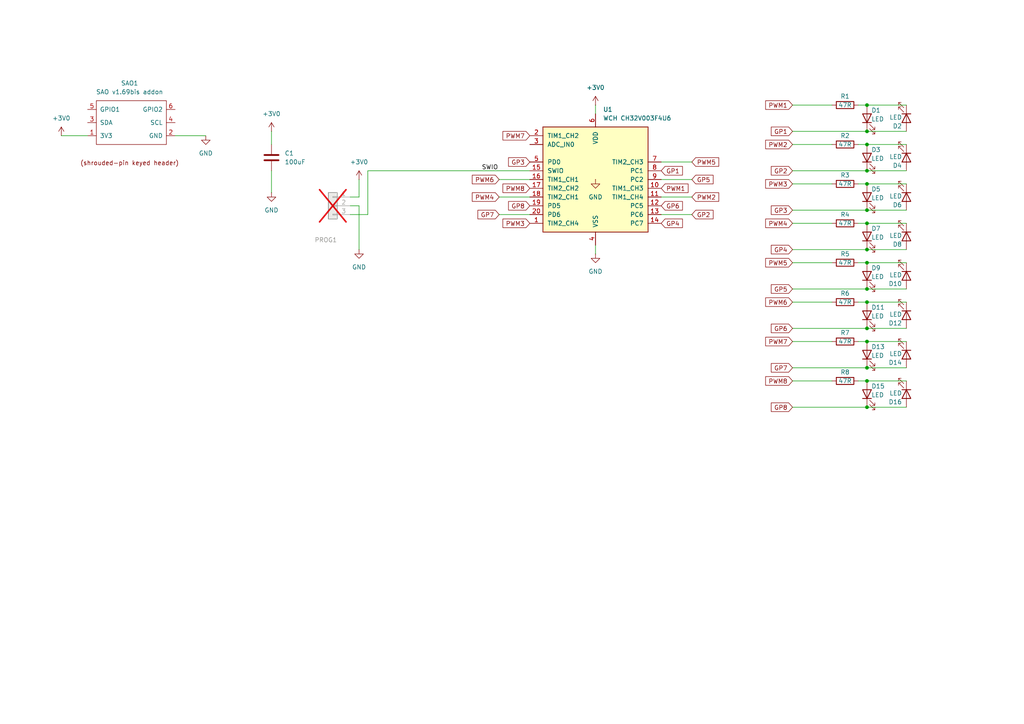
<source format=kicad_sch>
(kicad_sch (version 20250114) (generator "eeschema") (generator_version "9.0")
  (paper "A4")
  (lib_symbols
    (symbol "Connector_Generic:Conn_01x03" (pin_names (offset 1.016) (hide yes))
      (property "Reference" "J" (at 0 5.08 0))
      (property "Value" "Conn_01x03" (at 0 -5.08 0))
      (symbol "Conn_01x03_1_1"
        (rectangle (start -1.27 3.81) (end 1.27 -3.81) (stroke (width 0.254)) (fill (type background)))
        (rectangle (start -1.27 2.667) (end 0 2.413) (stroke (width 0.1524)))
        (rectangle (start -1.27 0.127) (end 0 -0.127) (stroke (width 0.1524)))
        (rectangle (start -1.27 -2.413) (end 0 -2.667) (stroke (width 0.1524)))
        (pin passive line (at -5.08 2.54 0) (length 3.81) (name "Pin_1") (number "1"))
        (pin passive line (at -5.08 0 0) (length 3.81) (name "Pin_2") (number "2"))
        (pin passive line (at -5.08 -2.54 0) (length 3.81) (name "Pin_3") (number "3"))
      )
    )
    (symbol "Device:C" (pin_numbers (hide yes)) (pin_names (offset 0.254))
      (property "Reference" "C" (at 0.635 2.54 0))
      (property "Value" "C" (at 0.635 -2.54 0))
      (symbol "C_0_1"
        (polyline (pts (xy -2.032 0.762) (xy 2.032 0.762)) (stroke (width 0.508)))
        (polyline (pts (xy -2.032 -0.762) (xy 2.032 -0.762)) (stroke (width 0.508)))
      )
      (symbol "C_1_1"
        (pin passive line (at 0 3.81 270) (length 2.794) (name "~") (number "1"))
        (pin passive line (at 0 -3.81 90) (length 2.794) (name "~") (number "2"))
      )
    )
    (symbol "Device:LED" (pin_numbers (hide yes)) (pin_names (offset 1.016) (hide yes))
      (property "Reference" "D" (at 0 2.54 0))
      (property "Value" "LED" (at 0 -2.54 0))
      (symbol "LED_0_1"
        (polyline (pts (xy -3.048 -0.762) (xy -4.572 -2.286) (xy -3.81 -2.286) (xy -4.572 -2.286) (xy -4.572 -1.524)))
        (polyline (pts (xy -1.778 -0.762) (xy -3.302 -2.286) (xy -2.54 -2.286) (xy -3.302 -2.286) (xy -3.302 -1.524)))
        (polyline (pts (xy -1.27 0) (xy 1.27 0)))
        (polyline (pts (xy -1.27 -1.27) (xy -1.27 1.27)) (stroke (width 0.254)))
        (polyline (pts (xy 1.27 -1.27) (xy 1.27 1.27) (xy -1.27 0) (xy 1.27 -1.27)) (stroke (width 0.254)))
      )
      (symbol "LED_1_1"
        (pin passive line (at -3.81 0 0) (length 2.54) (name "K") (number "1"))
        (pin passive line (at 3.81 0 180) (length 2.54) (name "A") (number "2"))
      )
    )
    (symbol "Device:R" (pin_numbers (hide yes)) (pin_names (offset 0))
      (property "Reference" "R" (at 2.032 0 90))
      (property "Value" "R" (at 0 0 90))
      (symbol "R_0_1"
        (rectangle (start -1.016 -2.54) (end 1.016 2.54) (stroke (width 0.254)))
      )
      (symbol "R_1_1"
        (pin passive line (at 0 3.81 270) (length 1.27) (name "~") (number "1"))
        (pin passive line (at 0 -3.81 90) (length 1.27) (name "~") (number "2"))
      )
    )
    (symbol "extra:SAO v1.69bis addon" (pin_names (offset 1.016))
      (property "Reference" "J" (at -1.27 8.89 0))
      (property "Value" "SAO v1.69bis addon" (at -10.6806 -8.89 0))
      (symbol "SAO v1.69bis addon_0_1"
        (rectangle (start -10.16 6.35) (end 10.16 -6.35))
      )
      (symbol "SAO v1.69bis addon_1_1"
        (text "(shrouded-pin keyed header)" (at -0.508 -11.684 0) (effects (font (size 1.27 1.27))))
        (pin bidirectional line (at -12.7 3.81 0) (length 2.54) (name "GPIO1") (number "5"))
        (pin bidirectional line (at -12.7 0 0) (length 2.54) (name "SDA") (number "3"))
        (pin power_in line (at -12.7 -3.81 0) (length 2.54) (name "3V3") (number "1"))
        (pin bidirectional line (at 12.7 3.81 180) (length 2.54) (name "GPIO2") (number "6"))
        (pin input line (at 12.7 0 180) (length 2.54) (name "SCL") (number "4"))
        (pin power_in line (at 12.7 -3.81 180) (length 2.54) (name "GND") (number "2"))
      )
    )
    (symbol "extra:WCH CH32V003F4U6" (pin_names (offset 1.27))
      (property "Reference" "U" (at -13.97 16.51 0))
      (property "Value" "WCH CH32V003F4U6" (at 5.08 -16.51 0))
      (symbol "WCH CH32V003F4U6_0_1"
        (rectangle (start -15.24 15.24) (end 15.24 -15.24) (stroke (width 0.254)) (fill (type background)))
      )
      (symbol "WCH CH32V003F4U6_1_1"
        (pin bidirectional line (at -19.05 12.7 0) (length 3.81) (name "PA1") (number "2") (alternate "TIM1_CH2" output line))
        (pin bidirectional line (at -19.05 10.16 0) (length 3.81) (name "PA2") (number "3") (alternate "ADC_IN0" input line))
        (pin bidirectional line (at -19.05 5.08 0) (length 3.81) (name "PD0") (number "5"))
        (pin bidirectional line (at -19.05 2.54 0) (length 3.81) (name "PD1") (number "15") (alternate "SWIO" bidirectional line))
        (pin bidirectional line (at -19.05 0 0) (length 3.81) (name "PD2") (number "16") (alternate "TIM1_CH1" output line))
        (pin bidirectional line (at -19.05 -2.54 0) (length 3.81) (name "PD3") (number "17") (alternate "TIM2_CH2" output line))
        (pin bidirectional line (at -19.05 -5.08 0) (length 3.81) (name "PD4") (number "18") (alternate "TIM2_CH1" output line))
        (pin bidirectional line (at -19.05 -7.62 0) (length 3.81) (name "PD5") (number "19"))
        (pin bidirectional line (at -19.05 -10.16 0) (length 3.81) (name "PD6") (number "20") (alternate "" input line))
        (pin bidirectional line (at -19.05 -12.7 0) (length 3.81) (name "PD7") (number "1") (alternate "TIM2_CH4" output line))
        (pin power_in line (at 0 19.05 270) (length 3.81) (name "VDD") (number "6"))
        (pin power_in line (at 0 0 90) (length 3.81) (hide yes) (name "VSS") (number "21"))
        (pin power_in line (at 0 -19.05 90) (length 3.81) (name "VSS") (number "4"))
        (pin bidirectional line (at 19.05 5.08 180) (length 3.81) (name "PC0") (number "7") (alternate "TIM2_CH3" output line))
        (pin bidirectional line (at 19.05 2.54 180) (length 3.81) (name "PC1") (number "8"))
        (pin bidirectional line (at 19.05 0 180) (length 3.81) (name "PC2") (number "9"))
        (pin bidirectional line (at 19.05 -2.54 180) (length 3.81) (name "PC3") (number "10") (alternate "TIM1_CH3" output line))
        (pin bidirectional line (at 19.05 -5.08 180) (length 3.81) (name "PC4") (number "11") (alternate "TIM1_CH4" output line))
        (pin bidirectional line (at 19.05 -7.62 180) (length 3.81) (name "PC5") (number "12"))
        (pin bidirectional line (at 19.05 -10.16 180) (length 3.81) (name "PC6") (number "13"))
        (pin bidirectional line (at 19.05 -12.7 180) (length 3.81) (name "PC7") (number "14"))
      )
    )
    (symbol "power:+3V0" (power) (pin_numbers (hide yes)) (pin_names (offset 0) (hide yes))
      (property "Value" "+3V0" (at 0 3.556 0))
      (symbol "+3V0_0_1"
        (polyline (pts (xy -0.762 1.27) (xy 0 2.54)))
        (polyline (pts (xy 0 2.54) (xy 0.762 1.27)))
        (polyline (pts (xy 0 0) (xy 0 2.54)))
      )
      (symbol "+3V0_1_1"
        (pin power_in line (at 0 0 90) (length 0) (name "~") (number "1"))
      )
    )
    (symbol "power:GND" (power) (pin_numbers (hide yes)) (pin_names (offset 0) (hide yes))
      (property "Value" "GND" (at 0 -3.81 0))
      (symbol "GND_0_1"
        (polyline (pts (xy 0 0) (xy 0 -1.27) (xy 1.27 -1.27) (xy 0 -2.54) (xy -1.27 -1.27) (xy 0 -1.27)))
      )
      (symbol "GND_1_1"
        (pin power_in line (at 0 0 270) (length 0) (name "~") (number "1"))
      )
    )
  )
  (junction (at 251.46 30.48))
  (junction (at 251.46 76.2))
  (junction (at 251.46 60.96))
  (junction (at 251.46 53.34))
  (junction (at 251.46 72.39))
  (junction (at 251.46 49.53))
  (junction (at 251.46 87.63))
  (junction (at 251.46 118.11))
  (junction (at 251.46 95.25))
  (junction (at 251.46 83.82))
  (junction (at 251.46 99.06))
  (junction (at 251.46 106.68))
  (junction (at 251.46 38.1))
  (junction (at 251.46 41.91))
  (junction (at 251.46 64.77))
  (junction (at 251.46 110.49))
  (wire (pts (xy 251.46 106.68) (xy 262.89 106.68)))
  (wire (pts (xy 101.6 59.69) (xy 104.14 59.69)))
  (wire (pts (xy 78.74 55.88) (xy 78.74 49.53)))
  (wire (pts (xy 144.78 62.23) (xy 153.67 62.23)))
  (wire (pts (xy 106.68 49.53) (xy 153.67 49.53)))
  (wire (pts (xy 251.46 64.77) (xy 262.89 64.77)))
  (wire (pts (xy 191.77 57.15) (xy 200.66 57.15)))
  (wire (pts (xy 251.46 30.48) (xy 262.89 30.48)))
  (wire (pts (xy 104.14 57.15) (xy 101.6 57.15)))
  (wire (pts (xy 229.87 118.11) (xy 251.46 118.11)))
  (wire (pts (xy 229.87 106.68) (xy 251.46 106.68)))
  (wire (pts (xy 144.78 57.15) (xy 153.67 57.15)))
  (wire (pts (xy 17.78 39.37) (xy 25.4 39.37)))
  (wire (pts (xy 191.77 62.23) (xy 200.66 62.23)))
  (wire (pts (xy 251.46 72.39) (xy 262.89 72.39)))
  (wire (pts (xy 144.78 52.07) (xy 153.67 52.07)))
  (wire (pts (xy 248.92 64.77) (xy 251.46 64.77)))
  (wire (pts (xy 251.46 118.11) (xy 262.89 118.11)))
  (wire (pts (xy 229.87 72.39) (xy 251.46 72.39)))
  (wire (pts (xy 251.46 87.63) (xy 262.89 87.63)))
  (wire (pts (xy 191.77 52.07) (xy 200.66 52.07)))
  (wire (pts (xy 229.87 64.77) (xy 241.3 64.77)))
  (wire (pts (xy 172.72 71.12) (xy 172.72 73.66)))
  (wire (pts (xy 251.46 99.06) (xy 262.89 99.06)))
  (wire (pts (xy 251.46 41.91) (xy 262.89 41.91)))
  (wire (pts (xy 229.87 99.06) (xy 241.3 99.06)))
  (wire (pts (xy 191.77 46.99) (xy 200.66 46.99)))
  (wire (pts (xy 229.87 38.1) (xy 251.46 38.1)))
  (wire (pts (xy 172.72 30.48) (xy 172.72 33.02)))
  (wire (pts (xy 248.92 99.06) (xy 251.46 99.06)))
  (wire (pts (xy 251.46 110.49) (xy 262.89 110.49)))
  (wire (pts (xy 251.46 38.1) (xy 262.89 38.1)))
  (wire (pts (xy 251.46 76.2) (xy 262.89 76.2)))
  (wire (pts (xy 229.87 110.49) (xy 241.3 110.49)))
  (wire (pts (xy 229.87 53.34) (xy 241.3 53.34)))
  (wire (pts (xy 229.87 60.96) (xy 251.46 60.96)))
  (wire (pts (xy 248.92 87.63) (xy 251.46 87.63)))
  (wire (pts (xy 251.46 83.82) (xy 262.89 83.82)))
  (wire (pts (xy 248.92 76.2) (xy 251.46 76.2)))
  (wire (pts (xy 78.74 38.1) (xy 78.74 41.91)))
  (wire (pts (xy 104.14 52.07) (xy 104.14 57.15)))
  (wire (pts (xy 106.68 62.23) (xy 101.6 62.23)))
  (wire (pts (xy 229.87 76.2) (xy 241.3 76.2)))
  (wire (pts (xy 251.46 60.96) (xy 262.89 60.96)))
  (wire (pts (xy 229.87 95.25) (xy 251.46 95.25)))
  (wire (pts (xy 229.87 30.48) (xy 241.3 30.48)))
  (wire (pts (xy 251.46 53.34) (xy 262.89 53.34)))
  (wire (pts (xy 229.87 41.91) (xy 241.3 41.91)))
  (wire (pts (xy 251.46 49.53) (xy 262.89 49.53)))
  (wire (pts (xy 248.92 41.91) (xy 251.46 41.91)))
  (wire (pts (xy 229.87 49.53) (xy 251.46 49.53)))
  (wire (pts (xy 248.92 110.49) (xy 251.46 110.49)))
  (wire (pts (xy 229.87 83.82) (xy 251.46 83.82)))
  (wire (pts (xy 248.92 30.48) (xy 251.46 30.48)))
  (wire (pts (xy 104.14 59.69) (xy 104.14 72.39)))
  (wire (pts (xy 50.8 39.37) (xy 59.69 39.37)))
  (wire (pts (xy 106.68 49.53) (xy 106.68 62.23)))
  (wire (pts (xy 248.92 53.34) (xy 251.46 53.34)))
  (wire (pts (xy 251.46 95.25) (xy 262.89 95.25)))
  (wire (pts (xy 229.87 87.63) (xy 241.3 87.63)))
  (label "SWIO" (at 139.7 49.53 0))
  (global_label "GP1" (shape input) (at 191.77 49.53 0) (property "Intersheetrefs" "${INTERSHEET_REFS}" (effects (hide yes))))
  (global_label "GP4" (shape input) (at 191.77 64.77 0) (property "Intersheetrefs" "${INTERSHEET_REFS}" (effects (hide yes))))
  (global_label "GP3" (shape input) (at 229.87 60.96 180) (property "Intersheetrefs" "${INTERSHEET_REFS}" (effects (hide yes))))
  (global_label "PWM3" (shape input) (at 153.67 64.77 180) (property "Intersheetrefs" "${INTERSHEET_REFS}" (effects (hide yes))))
  (global_label "PWM6" (shape input) (at 229.87 87.63 180) (property "Intersheetrefs" "${INTERSHEET_REFS}" (effects (hide yes))))
  (global_label "GP1" (shape input) (at 229.87 38.1 180) (property "Intersheetrefs" "${INTERSHEET_REFS}" (effects (hide yes))))
  (global_label "PWM1" (shape input) (at 229.87 30.48 180) (property "Intersheetrefs" "${INTERSHEET_REFS}" (effects (hide yes))))
  (global_label "GP7" (shape input) (at 144.78 62.23 180) (property "Intersheetrefs" "${INTERSHEET_REFS}" (effects (hide yes))))
  (global_label "PWM1" (shape input) (at 191.77 54.61 0) (property "Intersheetrefs" "${INTERSHEET_REFS}" (effects (hide yes))))
  (global_label "PWM2" (shape input) (at 229.87 41.91 180) (property "Intersheetrefs" "${INTERSHEET_REFS}" (effects (hide yes))))
  (global_label "GP5" (shape input) (at 200.66 52.07 0) (property "Intersheetrefs" "${INTERSHEET_REFS}" (effects (hide yes))))
  (global_label "GP8" (shape input) (at 153.67 59.69 180) (property "Intersheetrefs" "${INTERSHEET_REFS}" (effects (hide yes))))
  (global_label "PWM7" (shape input) (at 229.87 99.06 180) (property "Intersheetrefs" "${INTERSHEET_REFS}" (effects (hide yes))))
  (global_label "GP2" (shape input) (at 229.87 49.53 180) (property "Intersheetrefs" "${INTERSHEET_REFS}" (effects (hide yes))))
  (global_label "GP6" (shape input) (at 191.77 59.69 0) (property "Intersheetrefs" "${INTERSHEET_REFS}" (effects (hide yes))))
  (global_label "PWM4" (shape input) (at 229.87 64.77 180) (property "Intersheetrefs" "${INTERSHEET_REFS}" (effects (hide yes))))
  (global_label "GP7" (shape input) (at 229.87 106.68 180) (property "Intersheetrefs" "${INTERSHEET_REFS}" (effects (hide yes))))
  (global_label "PWM5" (shape input) (at 200.66 46.99 0) (property "Intersheetrefs" "${INTERSHEET_REFS}" (effects (hide yes))))
  (global_label "PWM5" (shape input) (at 229.87 76.2 180) (property "Intersheetrefs" "${INTERSHEET_REFS}" (effects (hide yes))))
  (global_label "PWM3" (shape input) (at 229.87 53.34 180) (property "Intersheetrefs" "${INTERSHEET_REFS}" (effects (hide yes))))
  (global_label "PWM7" (shape input) (at 153.67 39.37 180) (property "Intersheetrefs" "${INTERSHEET_REFS}" (effects (hide yes))))
  (global_label "GP3" (shape input) (at 153.67 46.99 180) (property "Intersheetrefs" "${INTERSHEET_REFS}" (effects (hide yes))))
  (global_label "PWM2" (shape input) (at 200.66 57.15 0) (property "Intersheetrefs" "${INTERSHEET_REFS}" (effects (hide yes))))
  (global_label "GP5" (shape input) (at 229.87 83.82 180) (property "Intersheetrefs" "${INTERSHEET_REFS}" (effects (hide yes))))
  (global_label "PWM6" (shape input) (at 144.78 52.07 180) (property "Intersheetrefs" "${INTERSHEET_REFS}" (effects (hide yes))))
  (global_label "GP4" (shape input) (at 229.87 72.39 180) (property "Intersheetrefs" "${INTERSHEET_REFS}" (effects (hide yes))))
  (global_label "GP6" (shape input) (at 229.87 95.25 180) (property "Intersheetrefs" "${INTERSHEET_REFS}" (effects (hide yes))))
  (global_label "GP2" (shape input) (at 200.66 62.23 0) (property "Intersheetrefs" "${INTERSHEET_REFS}" (effects (hide yes))))
  (global_label "PWM4" (shape input) (at 144.78 57.15 180) (property "Intersheetrefs" "${INTERSHEET_REFS}" (effects (hide yes))))
  (global_label "PWM8" (shape input) (at 229.87 110.49 180) (property "Intersheetrefs" "${INTERSHEET_REFS}" (effects (hide yes))))
  (global_label "GP8" (shape input) (at 229.87 118.11 180) (property "Intersheetrefs" "${INTERSHEET_REFS}" (effects (hide yes))))
  (global_label "PWM8" (shape input) (at 153.67 54.61 180) (property "Intersheetrefs" "${INTERSHEET_REFS}" (effects (hide yes))))
  (symbol (lib_id "Device:R") (at 245.11 53.34 90) (unit 1)
    (property "Reference" "R3" (at 245.11 50.8 90))
    (property "Value" "47R" (at 245.11 53.34 90))
    (property "Footprint" "Resistor_SMD:R_1206_3216Metric_Pad1.30x1.75mm_HandSolder" (effects (hide yes)))
    (property "Datasheet" "https://www.lcsc.com/datasheet/lcsc_datasheet_2411071710_FOJAN-FRC1206J470-TS_C2907508.pdf" (effects (hide yes)))
    (property "Description" "Resistor" (effects (hide yes)))
    (property "LCSC Part #" "C2907508" (effects (hide yes)))
  )
  (symbol (lib_id "Device:LED") (at 262.89 102.87 270) (unit 1)
    (property "Reference" "D14" (at 261.62 105.156 90) (effects (justify right)))
    (property "Value" "LED" (at 261.62 102.616 90) (effects (justify right)))
    (property "Footprint" "LED_SMD:LED_1206_3216Metric_Pad1.42x1.75mm_HandSolder" (effects (hide yes)))
    (property "Datasheet" "https://www.lcsc.com/datasheet/lcsc_datasheet_2410121310_XINGLIGHT-XL-3216UWC_C965828.pdf" (effects (hide yes)))
    (property "Description" "Light emitting diode White" (effects (hide yes)))
    (property "LCSC Part #" "C965828" (effects (hide yes)))
  )
  (symbol (lib_id "power:GND") (at 59.69 39.37 0) (unit 1)
    (property "Reference" "#PWR08" (effects (hide yes)))
    (property "Value" "GND" (at 59.69 44.45 0))
    (property "Description" "Power symbol creates a global label with name \"GND\" , ground" (effects (hide yes)))
  )
  (symbol (lib_id "Device:R") (at 245.11 30.48 90) (unit 1)
    (property "Reference" "R1" (at 245.11 27.94 90))
    (property "Value" "47R" (at 245.11 30.48 90))
    (property "Footprint" "Resistor_SMD:R_1206_3216Metric_Pad1.30x1.75mm_HandSolder" (effects (hide yes)))
    (property "Datasheet" "https://www.lcsc.com/datasheet/lcsc_datasheet_2411071710_FOJAN-FRC1206J470-TS_C2907508.pdf" (effects (hide yes)))
    (property "Description" "Resistor" (effects (hide yes)))
    (property "LCSC Part #" "C2907508" (effects (hide yes)))
  )
  (symbol (lib_id "power:+3V0") (at 172.72 30.48 0) (unit 1)
    (property "Reference" "#PWR01" (effects (hide yes)))
    (property "Value" "+3V0" (at 172.72 25.4 0))
    (property "Description" "Power symbol creates a global label with name \"+3V0\"" (effects (hide yes)))
  )
  (symbol (lib_id "Device:LED") (at 251.46 80.01 90) (unit 1)
    (property "Reference" "D9" (at 252.73 77.724 90) (effects (justify right)))
    (property "Value" "LED" (at 252.73 80.264 90) (effects (justify right)))
    (property "Footprint" "LED_SMD:LED_1206_3216Metric_Pad1.42x1.75mm_HandSolder" (effects (hide yes)))
    (property "Datasheet" "https://www.lcsc.com/datasheet/lcsc_datasheet_2410121310_XINGLIGHT-XL-3216UOC_C965823.pdf" (effects (hide yes)))
    (property "Description" "Light emitting diode Orange" (effects (hide yes)))
    (property "LCSC Part #" "C965823" (effects (hide yes)))
  )
  (symbol (lib_id "power:GND") (at 172.72 73.66 0) (unit 1)
    (property "Reference" "#PWR05" (effects (hide yes)))
    (property "Value" "GND" (at 172.72 78.74 0))
    (property "Description" "Power symbol creates a global label with name \"GND\" , ground" (effects (hide yes)))
  )
  (symbol (lib_id "Device:R") (at 245.11 64.77 90) (unit 1)
    (property "Reference" "R4" (at 245.11 62.23 90))
    (property "Value" "47R" (at 245.11 64.77 90))
    (property "Footprint" "Resistor_SMD:R_1206_3216Metric_Pad1.30x1.75mm_HandSolder" (effects (hide yes)))
    (property "Datasheet" "https://www.lcsc.com/datasheet/lcsc_datasheet_2411071710_FOJAN-FRC1206J470-TS_C2907508.pdf" (effects (hide yes)))
    (property "Description" "Resistor" (effects (hide yes)))
    (property "LCSC Part #" "C2907508" (effects (hide yes)))
  )
  (symbol (lib_id "Device:LED") (at 262.89 57.15 270) (unit 1)
    (property "Reference" "D6" (at 261.62 59.436 90) (effects (justify right)))
    (property "Value" "LED" (at 261.62 56.896 90) (effects (justify right)))
    (property "Footprint" "LED_SMD:LED_1206_3216Metric_Pad1.42x1.75mm_HandSolder" (effects (hide yes)))
    (property "Datasheet" "https://www.lcsc.com/datasheet/lcsc_datasheet_2410010131_Orient-ORH-G37A_C400037.pdf" (effects (hide yes)))
    (property "Description" "Light emitting diode Emerald" (effects (hide yes)))
    (property "LCSC Part #" "C400037" (effects (hide yes)))
  )
  (symbol (lib_id "Device:LED") (at 251.46 102.87 90) (unit 1)
    (property "Reference" "D13" (at 252.73 100.584 90) (effects (justify right)))
    (property "Value" "LED" (at 252.73 103.124 90) (effects (justify right)))
    (property "Footprint" "LED_SMD:LED_1206_3216Metric_Pad1.42x1.75mm_HandSolder" (effects (hide yes)))
    (property "Datasheet" "https://www.lcsc.com/datasheet/lcsc_datasheet_2410121310_XINGLIGHT-XL-3216UWC_C965828.pdf" (effects (hide yes)))
    (property "Description" "Light emitting diode White" (effects (hide yes)))
    (property "LCSC Part #" "C965828" (effects (hide yes)))
  )
  (symbol (lib_id "Device:R") (at 245.11 99.06 90) (unit 1)
    (property "Reference" "R7" (at 245.11 96.52 90))
    (property "Value" "47R" (at 245.11 99.06 90))
    (property "Footprint" "Resistor_SMD:R_1206_3216Metric_Pad1.30x1.75mm_HandSolder" (effects (hide yes)))
    (property "Datasheet" "https://www.lcsc.com/datasheet/lcsc_datasheet_2411071710_FOJAN-FRC1206J470-TS_C2907508.pdf" (effects (hide yes)))
    (property "Description" "Resistor" (effects (hide yes)))
    (property "LCSC Part #" "C2907508" (effects (hide yes)))
  )
  (symbol (lib_id "Device:LED") (at 251.46 45.72 90) (unit 1)
    (property "Reference" "D3" (at 252.73 43.434 90) (effects (justify right)))
    (property "Value" "LED" (at 252.73 45.974 90) (effects (justify right)))
    (property "Footprint" "LED_SMD:LED_1206_3216Metric_Pad1.42x1.75mm_HandSolder" (effects (hide yes)))
    (property "Datasheet" "https://www.lcsc.com/datasheet/lcsc_datasheet_2410121310_XINGLIGHT-XL-3216SYGC_C965826.pdf" (effects (hide yes)))
    (property "Description" "Light emitting diode Yellow-Green" (effects (hide yes)))
    (property "LCSC Part #" "C965826" (effects (hide yes)))
  )
  (symbol (lib_id "Device:LED") (at 251.46 34.29 90) (unit 1)
    (property "Reference" "D1" (at 252.73 32.004 90) (effects (justify right)))
    (property "Value" "LED" (at 252.73 34.544 90) (effects (justify right)))
    (property "Footprint" "LED_SMD:LED_1206_3216Metric_Pad1.42x1.75mm_HandSolder" (effects (hide yes)))
    (property "Datasheet" "https://www.lcsc.com/datasheet/lcsc_datasheet_2410121328_TUOZHAN-P2-1206RTCS2-0-9T-F_C2827254.pdf" (effects (hide yes)))
    (property "Description" "Light emitting diode Red" (effects (hide yes)))
    (property "LCSC Part #" "C2827254" (effects (hide yes)))
  )
  (symbol (lib_id "Device:LED") (at 262.89 114.3 270) (unit 1)
    (property "Reference" "D16" (at 261.62 116.586 90) (effects (justify right)))
    (property "Value" "LED" (at 261.62 114.046 90) (effects (justify right)))
    (property "Footprint" "LED_SMD:LED_1206_3216Metric_Pad1.42x1.75mm_HandSolder" (effects (hide yes)))
    (property "Datasheet" "https://www.lcsc.com/datasheet/lcsc_datasheet_2411220031_YONGYUTAI-YLED1206WFT_C41383589.pdf" (effects (hide yes)))
    (property "Description" "Light emitting diode Cold White" (effects (hide yes)))
    (property "LCSC Part #" "C41383589" (effects (hide yes)))
  )
  (symbol (lib_id "Device:LED") (at 251.46 68.58 90) (unit 1)
    (property "Reference" "D7" (at 252.73 66.294 90) (effects (justify right)))
    (property "Value" "LED" (at 252.73 68.834 90) (effects (justify right)))
    (property "Footprint" "LED_SMD:LED_1206_3216Metric_Pad1.42x1.75mm_HandSolder" (effects (hide yes)))
    (property "Datasheet" "https://www.lcsc.com/datasheet/lcsc_datasheet_2402181505_XINGLIGHT-XL-3216UBC_C965827.pdf" (effects (hide yes)))
    (property "Description" "Light emitting diode Blue" (effects (hide yes)))
    (property "LCSC Part #" "C965827" (effects (hide yes)))
  )
  (symbol (lib_id "power:+3V0") (at 78.74 38.1 0) (unit 1)
    (property "Reference" "#PWR09" (effects (hide yes)))
    (property "Value" "+3V0" (at 78.74 33.02 0))
    (property "Description" "Power symbol creates a global label with name \"+3V0\"" (effects (hide yes)))
  )
  (symbol (lib_id "Device:LED") (at 251.46 57.15 90) (unit 1)
    (property "Reference" "D5" (at 252.73 54.864 90) (effects (justify right)))
    (property "Value" "LED" (at 252.73 57.404 90) (effects (justify right)))
    (property "Footprint" "LED_SMD:LED_1206_3216Metric_Pad1.42x1.75mm_HandSolder" (effects (hide yes)))
    (property "Datasheet" "https://www.lcsc.com/datasheet/lcsc_datasheet_2410010131_Orient-ORH-G37A_C400037.pdf" (effects (hide yes)))
    (property "Description" "Light emitting diode Emerald" (effects (hide yes)))
    (property "LCSC Part #" "C400037" (effects (hide yes)))
  )
  (symbol (lib_id "Device:LED") (at 251.46 91.44 90) (unit 1)
    (property "Reference" "D11" (at 252.73 89.154 90) (effects (justify right)))
    (property "Value" "LED" (at 252.73 91.694 90) (effects (justify right)))
    (property "Footprint" "LED_SMD:LED_1206_3216Metric_Pad1.42x1.75mm_HandSolder" (effects (hide yes)))
    (property "Datasheet" "https://www.lcsc.com/datasheet/lcsc_datasheet_2410121502_EKINGLUX-E6C1206UYAC1UDA_C375459.pdf" (effects (hide yes)))
    (property "Description" "Light emitting diode Yellow" (effects (hide yes)))
    (property "LCSC Part #" "C375459" (effects (hide yes)))
  )
  (symbol (lib_id "Device:LED") (at 262.89 80.01 270) (unit 1)
    (property "Reference" "D10" (at 261.62 82.296 90) (effects (justify right)))
    (property "Value" "LED" (at 261.62 79.756 90) (effects (justify right)))
    (property "Footprint" "LED_SMD:LED_1206_3216Metric_Pad1.42x1.75mm_HandSolder" (effects (hide yes)))
    (property "Datasheet" "https://www.lcsc.com/datasheet/lcsc_datasheet_2410121310_XINGLIGHT-XL-3216UOC_C965823.pdf" (effects (hide yes)))
    (property "Description" "Light emitting diode Orange" (effects (hide yes)))
    (property "LCSC Part #" "C965823" (effects (hide yes)))
  )
  (symbol (lib_id "power:+3V0") (at 17.78 39.37 0) (unit 1)
    (property "Reference" "#PWR011" (effects (hide yes)))
    (property "Value" "+3V0" (at 17.78 34.29 0))
    (property "Description" "Power symbol creates a global label with name \"+3V0\"" (effects (hide yes)))
  )
  (symbol (lib_id "power:+3V0") (at 104.14 52.07 0) (unit 1)
    (property "Reference" "#PWR06" (effects (hide yes)))
    (property "Value" "+3V0" (at 104.14 46.99 0))
    (property "Description" "Power symbol creates a global label with name \"+3V0\"" (effects (hide yes)))
  )
  (symbol (lib_id "power:GND") (at 104.14 72.39 0) (unit 1)
    (property "Reference" "#PWR07" (effects (hide yes)))
    (property "Value" "GND" (at 104.14 77.47 0))
    (property "Description" "Power symbol creates a global label with name \"GND\" , ground" (effects (hide yes)))
  )
  (symbol (lib_id "extra:SAO v1.69bis addon") (at 38.1 35.56 0) (unit 1)
    (property "Reference" "SAO1" (at 37.592 24.13 0))
    (property "Value" "SAO v1.69bis addon" (at 37.592 26.67 0))
    (property "Footprint" "Connector_IDC:IDC-Header_2x03_P2.54mm_Vertical" (effects (hide yes)))
    (property "Datasheet" "https://hackaday.com/2019/03/20/introducing-the-shitty-add-on-v1-69bis-standard/" (effects (hide yes)))
  )
  (symbol (lib_id "Device:LED") (at 262.89 91.44 270) (unit 1)
    (property "Reference" "D12" (at 261.62 93.726 90) (effects (justify right)))
    (property "Value" "LED" (at 261.62 91.186 90) (effects (justify right)))
    (property "Footprint" "LED_SMD:LED_1206_3216Metric_Pad1.42x1.75mm_HandSolder" (effects (hide yes)))
    (property "Datasheet" "https://www.lcsc.com/datasheet/lcsc_datasheet_2410121502_EKINGLUX-E6C1206UYAC1UDA_C375459.pdf" (effects (hide yes)))
    (property "Description" "Light emitting diode Yellow" (effects (hide yes)))
    (property "LCSC Part #" "C375459" (effects (hide yes)))
  )
  (symbol (lib_id "Device:LED") (at 262.89 68.58 270) (unit 1)
    (property "Reference" "D8" (at 261.62 70.866 90) (effects (justify right)))
    (property "Value" "LED" (at 261.62 68.326 90) (effects (justify right)))
    (property "Footprint" "LED_SMD:LED_1206_3216Metric_Pad1.42x1.75mm_HandSolder" (effects (hide yes)))
    (property "Datasheet" "https://www.lcsc.com/datasheet/lcsc_datasheet_2402181505_XINGLIGHT-XL-3216UBC_C965827.pdf" (effects (hide yes)))
    (property "Description" "Light emitting diode Blue" (effects (hide yes)))
    (property "LCSC Part #" "C965827" (effects (hide yes)))
  )
  (symbol (lib_id "power:GND") (at 78.74 55.88 0) (unit 1)
    (property "Reference" "#PWR010" (effects (hide yes)))
    (property "Value" "GND" (at 78.74 60.96 0))
    (property "Description" "Power symbol creates a global label with name \"GND\" , ground" (effects (hide yes)))
  )
  (symbol (lib_id "Device:R") (at 245.11 76.2 90) (unit 1)
    (property "Reference" "R5" (at 245.11 73.66 90))
    (property "Value" "47R" (at 245.11 76.2 90))
    (property "Footprint" "Resistor_SMD:R_1206_3216Metric_Pad1.30x1.75mm_HandSolder" (effects (hide yes)))
    (property "Datasheet" "https://www.lcsc.com/datasheet/lcsc_datasheet_2411071710_FOJAN-FRC1206J470-TS_C2907508.pdf" (effects (hide yes)))
    (property "Description" "Resistor" (effects (hide yes)))
    (property "LCSC Part #" "C2907508" (effects (hide yes)))
  )
  (symbol (lib_id "Device:R") (at 245.11 87.63 90) (unit 1)
    (property "Reference" "R6" (at 245.11 85.09 90))
    (property "Value" "47R" (at 245.11 87.63 90))
    (property "Footprint" "Resistor_SMD:R_1206_3216Metric_Pad1.30x1.75mm_HandSolder" (effects (hide yes)))
    (property "Datasheet" "https://www.lcsc.com/datasheet/lcsc_datasheet_2411071710_FOJAN-FRC1206J470-TS_C2907508.pdf" (effects (hide yes)))
    (property "Description" "Resistor" (effects (hide yes)))
    (property "LCSC Part #" "C2907508" (effects (hide yes)))
  )
  (symbol (lib_id "Device:R") (at 245.11 41.91 90) (unit 1)
    (property "Reference" "R2" (at 245.11 39.37 90))
    (property "Value" "47R" (at 245.11 41.91 90))
    (property "Footprint" "Resistor_SMD:R_1206_3216Metric_Pad1.30x1.75mm_HandSolder" (effects (hide yes)))
    (property "Datasheet" "https://www.lcsc.com/datasheet/lcsc_datasheet_2411071710_FOJAN-FRC1206J470-TS_C2907508.pdf" (effects (hide yes)))
    (property "Description" "Resistor" (effects (hide yes)))
    (property "LCSC Part #" "C2907508" (effects (hide yes)))
  )
  (symbol (lib_id "Device:LED") (at 262.89 45.72 270) (unit 1)
    (property "Reference" "D4" (at 261.62 48.006 90) (effects (justify right)))
    (property "Value" "LED" (at 261.62 45.466 90) (effects (justify right)))
    (property "Footprint" "LED_SMD:LED_1206_3216Metric_Pad1.42x1.75mm_HandSolder" (effects (hide yes)))
    (property "Datasheet" "https://www.lcsc.com/datasheet/lcsc_datasheet_2410121310_XINGLIGHT-XL-3216SYGC_C965826.pdf" (effects (hide yes)))
    (property "Description" "Light emitting diode Yellow-Green" (effects (hide yes)))
    (property "LCSC Part #" "C965826" (effects (hide yes)))
  )
  (symbol (lib_id "Device:R") (at 245.11 110.49 90) (unit 1)
    (property "Reference" "R8" (at 245.11 107.95 90))
    (property "Value" "47R" (at 245.11 110.49 90))
    (property "Footprint" "Resistor_SMD:R_1206_3216Metric_Pad1.30x1.75mm_HandSolder" (effects (hide yes)))
    (property "Datasheet" "https://www.lcsc.com/datasheet/lcsc_datasheet_2411071710_FOJAN-FRC1206J470-TS_C2907508.pdf" (effects (hide yes)))
    (property "Description" "Resistor" (effects (hide yes)))
    (property "LCSC Part #" "C2907508" (effects (hide yes)))
  )
  (symbol (lib_id "Device:LED") (at 262.89 34.29 270) (unit 1)
    (property "Reference" "D2" (at 261.62 36.576 90) (effects (justify right)))
    (property "Value" "LED" (at 261.62 34.036 90) (effects (justify right)))
    (property "Footprint" "LED_SMD:LED_1206_3216Metric_Pad1.42x1.75mm_HandSolder" (effects (hide yes)))
    (property "Datasheet" "https://www.lcsc.com/datasheet/lcsc_datasheet_2410121328_TUOZHAN-P2-1206RTCS2-0-9T-F_C2827254.pdf" (effects (hide yes)))
    (property "Description" "Light emitting diode Red" (effects (hide yes)))
    (property "LCSC Part #" "C2827254" (effects (hide yes)))
  )
  (symbol (lib_id "power:GND") (at 172.72 52.07 0) (unit 1)
    (property "Reference" "#PWR02" (effects (hide yes)))
    (property "Value" "GND" (at 172.72 57.15 0))
    (property "Description" "Power symbol creates a global label with name \"GND\" , ground" (effects (hide yes)))
  )
  (symbol (lib_id "extra:WCH CH32V003F4U6") (at 172.72 52.07 0) (unit 1)
    (property "Reference" "U1" (at 174.9141 31.75 0) (effects (justify left)))
    (property "Value" "WCH CH32V003F4U6" (at 174.9141 34.29 0) (effects (justify left)))
    (property "Footprint" "Package_DFN_QFN:QFN-20-1EP_3x3mm_P0.4mm_EP1.65x1.65mm" (effects (hide yes)))
    (property "Datasheet" "https://www.wch-ic.com/downloads/CH32V003DS0_PDF.html" (effects (hide yes)))
    (property "Description" "industrial-grade general-purpose microcontroller" (effects (hide yes)))
    (property "LCSC Part #" "C5299908" (effects (hide yes)))
    (pin "18" (alternate "TIM2_CH1"))
    (pin "2" (alternate "TIM1_CH2"))
    (pin "3" (alternate "ADC_IN0"))
    (pin "20" (alternate "PD6"))
    (pin "1" (alternate "TIM2_CH4"))
    (pin "10" (alternate "TIM1_CH3"))
    (pin "15" (alternate "SWIO"))
    (pin "11" (alternate "TIM1_CH4"))
    (pin "16" (alternate "TIM1_CH1"))
    (pin "17" (alternate "TIM2_CH2"))
    (pin "7" (alternate "TIM2_CH3"))
  )
  (symbol (lib_id "Connector_Generic:Conn_01x03") (at 96.52 59.69 0) (mirror y) (unit 1) (in_bom no) (dnp yes)
    (property "Reference" "PROG1" (at 97.79 69.596 0) (effects (justify left)))
    (property "Value" "Conn_01x03" (effects (hide yes)))
    (property "Footprint" "Connector_PinHeader_2.54mm:PinHeader_1x03_P2.54mm_Vertical" (effects (hide yes)))
    (property "Description" "Generic connector, single row, 01x03, script generated (kicad-library-utils/schlib/autogen/connector/)" (effects (hide yes)))
  )
  (symbol (lib_id "Device:LED") (at 251.46 114.3 90) (unit 1)
    (property "Reference" "D15" (at 252.73 112.014 90) (effects (justify right)))
    (property "Value" "LED" (at 252.73 114.554 90) (effects (justify right)))
    (property "Footprint" "LED_SMD:LED_1206_3216Metric_Pad1.42x1.75mm_HandSolder" (effects (hide yes)))
    (property "Datasheet" "https://www.lcsc.com/datasheet/lcsc_datasheet_2411220031_YONGYUTAI-YLED1206WFT_C41383589.pdf" (effects (hide yes)))
    (property "Description" "Light emitting diode Cold White" (effects (hide yes)))
    (property "LCSC Part #" "C41383589" (effects (hide yes)))
  )
  (symbol (lib_id "Device:C") (at 78.74 45.72 0) (unit 1)
    (property "Reference" "C1" (at 82.55 44.4499 0) (effects (justify left)))
    (property "Value" "100uF" (at 82.55 46.9899 0) (effects (justify left)))
    (property "Footprint" "Capacitor_SMD:C_1206_3216Metric_Pad1.33x1.80mm_HandSolder" (effects (hide yes)))
    (property "Datasheet" "https://www.lcsc.com/datasheet/lcsc_datasheet_2410121315_CCTC-TCC1206X5R107M6R3HT_C380356.pdf" (effects (hide yes)))
    (property "Description" "Unpolarized capacitor" (effects (hide yes)))
    (property "LCSC Part #" "C380356" (effects (hide yes)))
  )
)
</source>
